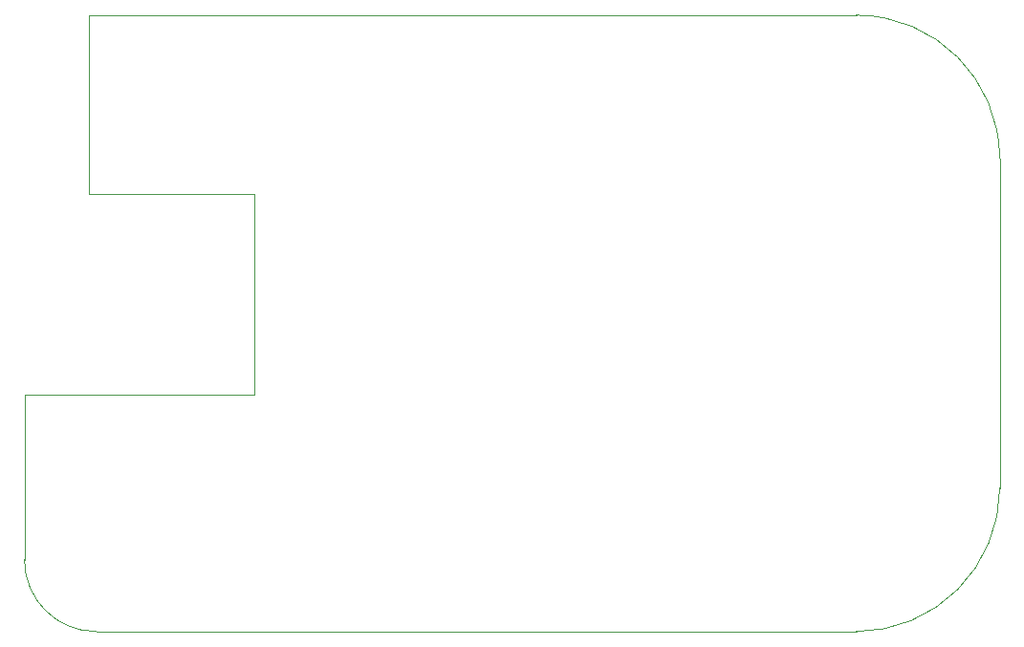
<source format=gm1>
G04 #@! TF.FileFunction,Profile,NP*
%FSLAX46Y46*%
G04 Gerber Fmt 4.6, Leading zero omitted, Abs format (unit mm)*
G04 Created by KiCad (PCBNEW 4.0.1-2.fc23-product) date Sun 31 Jan 2016 08:26:32 PM PST*
%MOMM*%
G01*
G04 APERTURE LIST*
%ADD10C,0.100000*%
%ADD11C,0.010000*%
G04 APERTURE END LIST*
D10*
D11*
X170180000Y-57150000D02*
X102235000Y-57150000D01*
X182880000Y-69850000D02*
X182880000Y-99060000D01*
X182880000Y-69850000D02*
G75*
G03X170180000Y-57150000I-12700000J0D01*
G01*
X102870000Y-111760000D02*
X170180000Y-111760000D01*
X170180000Y-111760000D02*
G75*
G03X182880000Y-99060000I0J12700000D01*
G01*
X102235000Y-73025000D02*
X102235000Y-57150000D01*
X116840000Y-73025000D02*
X102235000Y-73025000D01*
X116840000Y-90805000D02*
X116840000Y-73025000D01*
X96520000Y-90805000D02*
X116840000Y-90805000D01*
X96520000Y-105410000D02*
X96520000Y-90805000D01*
X96520000Y-105410000D02*
G75*
G03X102870000Y-111760000I6350000J0D01*
G01*
M02*

</source>
